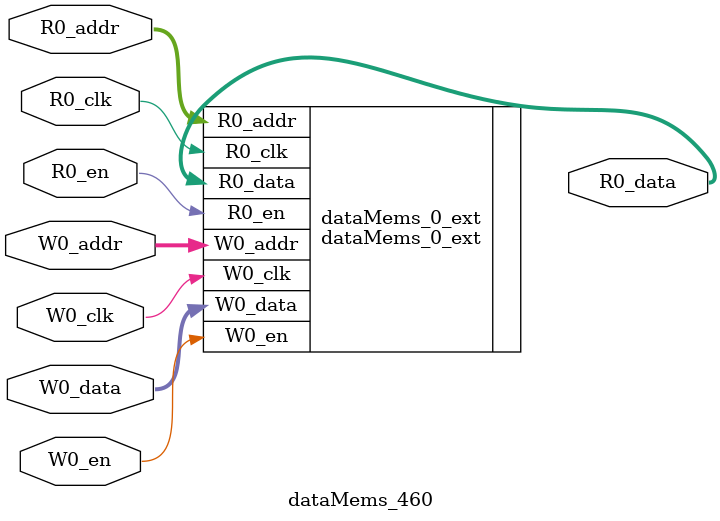
<source format=sv>
`ifndef RANDOMIZE
  `ifdef RANDOMIZE_REG_INIT
    `define RANDOMIZE
  `endif // RANDOMIZE_REG_INIT
`endif // not def RANDOMIZE
`ifndef RANDOMIZE
  `ifdef RANDOMIZE_MEM_INIT
    `define RANDOMIZE
  `endif // RANDOMIZE_MEM_INIT
`endif // not def RANDOMIZE

`ifndef RANDOM
  `define RANDOM $random
`endif // not def RANDOM

// Users can define 'PRINTF_COND' to add an extra gate to prints.
`ifndef PRINTF_COND_
  `ifdef PRINTF_COND
    `define PRINTF_COND_ (`PRINTF_COND)
  `else  // PRINTF_COND
    `define PRINTF_COND_ 1
  `endif // PRINTF_COND
`endif // not def PRINTF_COND_

// Users can define 'ASSERT_VERBOSE_COND' to add an extra gate to assert error printing.
`ifndef ASSERT_VERBOSE_COND_
  `ifdef ASSERT_VERBOSE_COND
    `define ASSERT_VERBOSE_COND_ (`ASSERT_VERBOSE_COND)
  `else  // ASSERT_VERBOSE_COND
    `define ASSERT_VERBOSE_COND_ 1
  `endif // ASSERT_VERBOSE_COND
`endif // not def ASSERT_VERBOSE_COND_

// Users can define 'STOP_COND' to add an extra gate to stop conditions.
`ifndef STOP_COND_
  `ifdef STOP_COND
    `define STOP_COND_ (`STOP_COND)
  `else  // STOP_COND
    `define STOP_COND_ 1
  `endif // STOP_COND
`endif // not def STOP_COND_

// Users can define INIT_RANDOM as general code that gets injected into the
// initializer block for modules with registers.
`ifndef INIT_RANDOM
  `define INIT_RANDOM
`endif // not def INIT_RANDOM

// If using random initialization, you can also define RANDOMIZE_DELAY to
// customize the delay used, otherwise 0.002 is used.
`ifndef RANDOMIZE_DELAY
  `define RANDOMIZE_DELAY 0.002
`endif // not def RANDOMIZE_DELAY

// Define INIT_RANDOM_PROLOG_ for use in our modules below.
`ifndef INIT_RANDOM_PROLOG_
  `ifdef RANDOMIZE
    `ifdef VERILATOR
      `define INIT_RANDOM_PROLOG_ `INIT_RANDOM
    `else  // VERILATOR
      `define INIT_RANDOM_PROLOG_ `INIT_RANDOM #`RANDOMIZE_DELAY begin end
    `endif // VERILATOR
  `else  // RANDOMIZE
    `define INIT_RANDOM_PROLOG_
  `endif // RANDOMIZE
`endif // not def INIT_RANDOM_PROLOG_

// Include register initializers in init blocks unless synthesis is set
`ifndef SYNTHESIS
  `ifndef ENABLE_INITIAL_REG_
    `define ENABLE_INITIAL_REG_
  `endif // not def ENABLE_INITIAL_REG_
`endif // not def SYNTHESIS

// Include rmemory initializers in init blocks unless synthesis is set
`ifndef SYNTHESIS
  `ifndef ENABLE_INITIAL_MEM_
    `define ENABLE_INITIAL_MEM_
  `endif // not def ENABLE_INITIAL_MEM_
`endif // not def SYNTHESIS

module dataMems_460(	// @[generators/ara/src/main/scala/UnsafeAXI4ToTL.scala:365:62]
  input  [4:0]  R0_addr,
  input         R0_en,
  input         R0_clk,
  output [66:0] R0_data,
  input  [4:0]  W0_addr,
  input         W0_en,
  input         W0_clk,
  input  [66:0] W0_data
);

  dataMems_0_ext dataMems_0_ext (	// @[generators/ara/src/main/scala/UnsafeAXI4ToTL.scala:365:62]
    .R0_addr (R0_addr),
    .R0_en   (R0_en),
    .R0_clk  (R0_clk),
    .R0_data (R0_data),
    .W0_addr (W0_addr),
    .W0_en   (W0_en),
    .W0_clk  (W0_clk),
    .W0_data (W0_data)
  );
endmodule


</source>
